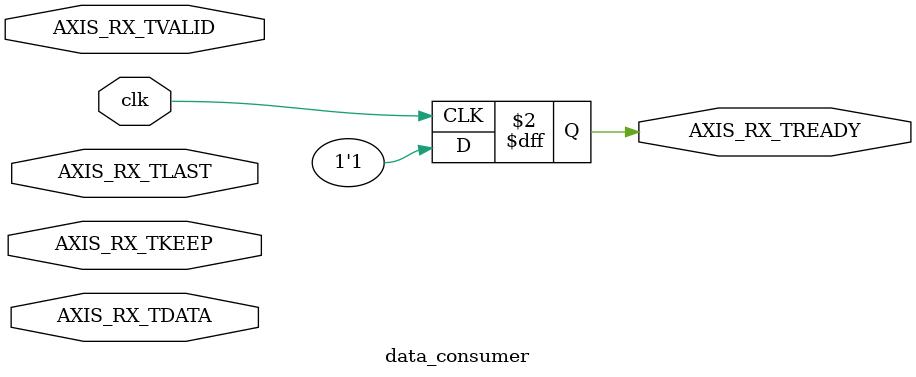
<source format=v>
module data_consumer # (parameter DW=512)
(
    input           clk,

    input[DW-1:0]   AXIS_RX_TDATA,
    input[DW/8-1:0] AXIS_RX_TKEEP,
    input           AXIS_RX_TLAST,
    input           AXIS_RX_TVALID,
    output reg      AXIS_RX_TREADY 
);

always @(posedge clk) begin
    AXIS_RX_TREADY <= 1;
end

endmodule

</source>
